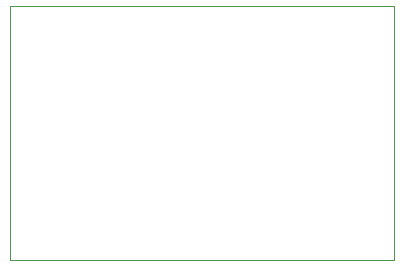
<source format=gm1>
G04 #@! TF.GenerationSoftware,KiCad,Pcbnew,9.0.2*
G04 #@! TF.CreationDate,2025-08-22T15:03:04+02:00*
G04 #@! TF.ProjectId,Z80-SBC_Adapter,5a38302d-5342-4435-9f41-646170746572,rev?*
G04 #@! TF.SameCoordinates,PX65e66d0PY5573000*
G04 #@! TF.FileFunction,Profile,NP*
%FSLAX46Y46*%
G04 Gerber Fmt 4.6, Leading zero omitted, Abs format (unit mm)*
G04 Created by KiCad (PCBNEW 9.0.2) date 2025-08-22 15:03:04*
%MOMM*%
%LPD*%
G01*
G04 APERTURE LIST*
G04 #@! TA.AperFunction,Profile*
%ADD10C,0.050000*%
G04 #@! TD*
G04 APERTURE END LIST*
D10*
X0Y21500000D02*
X32550000Y21500000D01*
X32550000Y0D01*
X0Y0D01*
X0Y21500000D01*
M02*

</source>
